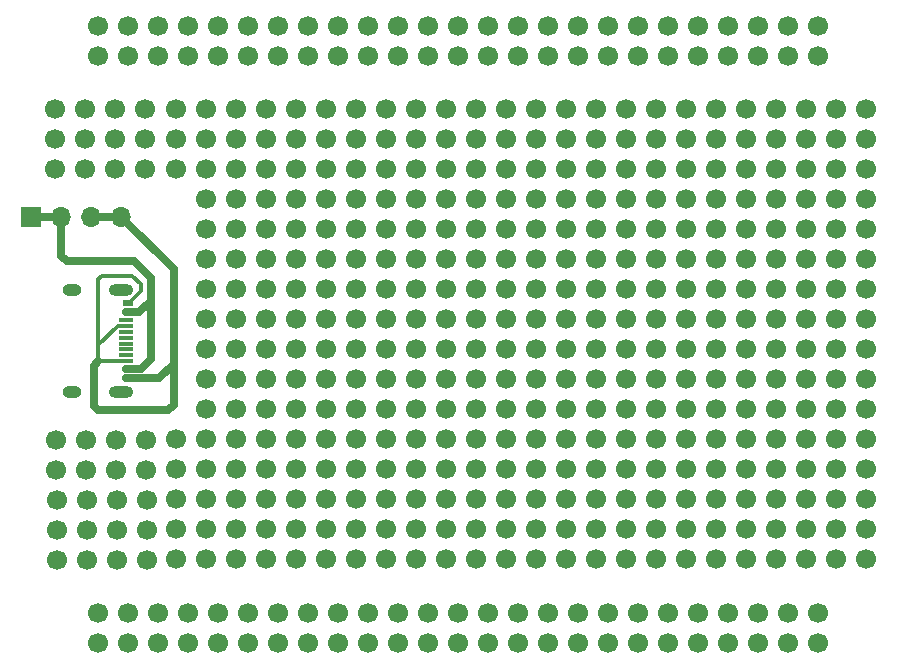
<source format=gbr>
G04 #@! TF.GenerationSoftware,KiCad,Pcbnew,(5.1.4-0-10_14)*
G04 #@! TF.CreationDate,2020-04-14T21:38:13-07:00*
G04 #@! TF.ProjectId,Activity_1,41637469-7669-4747-995f-312e6b696361,rev?*
G04 #@! TF.SameCoordinates,Original*
G04 #@! TF.FileFunction,Copper,L1,Top*
G04 #@! TF.FilePolarity,Positive*
%FSLAX46Y46*%
G04 Gerber Fmt 4.6, Leading zero omitted, Abs format (unit mm)*
G04 Created by KiCad (PCBNEW (5.1.4-0-10_14)) date 2020-04-14 21:38:13*
%MOMM*%
%LPD*%
G04 APERTURE LIST*
%ADD10R,1.150000X0.300000*%
%ADD11R,0.850000X0.600000*%
%ADD12O,1.600000X1.000000*%
%ADD13O,2.100000X1.000000*%
%ADD14O,1.700000X1.700000*%
%ADD15R,1.700000X1.700000*%
%ADD16C,1.700000*%
%ADD17C,0.635000*%
%ADD18C,0.300000*%
%ADD19C,0.152400*%
G04 APERTURE END LIST*
D10*
X32020000Y-88750000D03*
D11*
X32170000Y-88100000D03*
D12*
X27395000Y-86180000D03*
X27395000Y-94820000D03*
D13*
X31545000Y-94820000D03*
D11*
X32170000Y-87300000D03*
D13*
X31545000Y-86180000D03*
D10*
X32020000Y-89250000D03*
X32020000Y-89750000D03*
X32020000Y-90250000D03*
X32020000Y-90750000D03*
X32020000Y-91250000D03*
X32020000Y-91750000D03*
X32020000Y-92250000D03*
D11*
X32170000Y-93700000D03*
X32170000Y-92900000D03*
D14*
X31620000Y-80000000D03*
X29080000Y-80000000D03*
X26540000Y-80000000D03*
D15*
X24000000Y-80000000D03*
D16*
X29604000Y-63861000D03*
X32144000Y-63861000D03*
X34684000Y-63861000D03*
X37224000Y-63861000D03*
X39764000Y-63861000D03*
X42304000Y-63861000D03*
X44844000Y-63861000D03*
X47384000Y-63861000D03*
X49924000Y-63861000D03*
X52464000Y-63861000D03*
X55004000Y-63861000D03*
X57544000Y-63861000D03*
X60084000Y-63861000D03*
X62624000Y-63861000D03*
X65164000Y-63861000D03*
X67704000Y-63861000D03*
X70244000Y-63861000D03*
X72784000Y-63861000D03*
X75324000Y-63861000D03*
X77864000Y-63861000D03*
X80404000Y-63861000D03*
X82944000Y-63861000D03*
X85484000Y-63861000D03*
X88024000Y-63861000D03*
X90564000Y-63861000D03*
X29604000Y-66401000D03*
X32144000Y-66401000D03*
X34684000Y-66401000D03*
X37224000Y-66401000D03*
X39764000Y-66401000D03*
X42304000Y-66401000D03*
X44844000Y-66401000D03*
X47384000Y-66401000D03*
X49924000Y-66401000D03*
X52464000Y-66401000D03*
X55004000Y-66401000D03*
X57544000Y-66401000D03*
X60084000Y-66401000D03*
X62624000Y-66401000D03*
X65164000Y-66401000D03*
X67704000Y-66401000D03*
X70244000Y-66401000D03*
X72784000Y-66401000D03*
X75324000Y-66401000D03*
X77864000Y-66401000D03*
X80404000Y-66401000D03*
X82944000Y-66401000D03*
X85484000Y-66401000D03*
X88024000Y-66401000D03*
X90564000Y-66401000D03*
X88024000Y-116105000D03*
X90564000Y-116105000D03*
X75324000Y-116105000D03*
X77864000Y-116105000D03*
X55004000Y-116105000D03*
X70244000Y-116105000D03*
X60084000Y-116105000D03*
X72784000Y-116105000D03*
X80404000Y-116105000D03*
X62624000Y-116105000D03*
X52464000Y-116105000D03*
X65164000Y-116105000D03*
X67704000Y-116105000D03*
X82944000Y-116105000D03*
X85484000Y-116105000D03*
X57544000Y-116105000D03*
X47384000Y-116105000D03*
X90564000Y-113565000D03*
X62624000Y-113565000D03*
X85484000Y-113565000D03*
X37224000Y-116105000D03*
X55004000Y-113565000D03*
X75324000Y-113565000D03*
X39764000Y-116105000D03*
X29604000Y-113565000D03*
X32144000Y-116105000D03*
X65164000Y-113565000D03*
X44844000Y-113565000D03*
X60084000Y-113565000D03*
X42304000Y-116105000D03*
X70244000Y-113565000D03*
X77864000Y-113565000D03*
X34684000Y-116105000D03*
X49924000Y-116105000D03*
X88024000Y-113565000D03*
X82944000Y-113565000D03*
X57544000Y-113565000D03*
X29604000Y-116105000D03*
X67704000Y-113565000D03*
X80404000Y-113565000D03*
X44844000Y-116105000D03*
X52464000Y-113565000D03*
X49924000Y-113565000D03*
X47384000Y-113565000D03*
X72784000Y-113565000D03*
X32144000Y-113565000D03*
X37224000Y-113565000D03*
X39764000Y-113565000D03*
X42304000Y-113565000D03*
X34684000Y-113565000D03*
X36215000Y-70924000D03*
X38755000Y-70924000D03*
X41295000Y-70924000D03*
X43835000Y-70924000D03*
X46375000Y-70924000D03*
X48915000Y-70924000D03*
X51455000Y-70924000D03*
X53995000Y-70924000D03*
X56535000Y-70924000D03*
X59075000Y-70924000D03*
X61615000Y-70924000D03*
X64155000Y-70924000D03*
X66695000Y-70924000D03*
X69235000Y-70924000D03*
X71775000Y-70924000D03*
X74315000Y-70924000D03*
X76855000Y-70924000D03*
X79395000Y-70924000D03*
X81935000Y-70924000D03*
X84475000Y-70924000D03*
X87015000Y-70924000D03*
X89555000Y-70924000D03*
X92095000Y-70924000D03*
X94635000Y-70924000D03*
X36215000Y-73464000D03*
X38755000Y-73464000D03*
X41295000Y-73464000D03*
X43835000Y-73464000D03*
X46375000Y-73464000D03*
X48915000Y-73464000D03*
X51455000Y-73464000D03*
X53995000Y-73464000D03*
X56535000Y-73464000D03*
X59075000Y-73464000D03*
X61615000Y-73464000D03*
X64155000Y-73464000D03*
X66695000Y-73464000D03*
X69235000Y-73464000D03*
X71775000Y-73464000D03*
X74315000Y-73464000D03*
X76855000Y-73464000D03*
X79395000Y-73464000D03*
X81935000Y-73464000D03*
X84475000Y-73464000D03*
X87015000Y-73464000D03*
X89555000Y-73464000D03*
X92095000Y-73464000D03*
X94635000Y-73464000D03*
X36215000Y-76004000D03*
X38755000Y-76004000D03*
X41295000Y-76004000D03*
X43835000Y-76004000D03*
X46375000Y-76004000D03*
X48915000Y-76004000D03*
X51455000Y-76004000D03*
X53995000Y-76004000D03*
X56535000Y-76004000D03*
X59075000Y-76004000D03*
X61615000Y-76004000D03*
X64155000Y-76004000D03*
X66695000Y-76004000D03*
X69235000Y-76004000D03*
X71775000Y-76004000D03*
X74315000Y-76004000D03*
X76855000Y-76004000D03*
X79395000Y-76004000D03*
X81935000Y-76004000D03*
X84475000Y-76004000D03*
X87015000Y-76004000D03*
X89555000Y-76004000D03*
X92095000Y-76004000D03*
X94635000Y-76004000D03*
X38755000Y-78544000D03*
X41295000Y-78544000D03*
X43835000Y-78544000D03*
X46375000Y-78544000D03*
X48915000Y-78544000D03*
X51455000Y-78544000D03*
X53995000Y-78544000D03*
X56535000Y-78544000D03*
X59075000Y-78544000D03*
X61615000Y-78544000D03*
X64155000Y-78544000D03*
X66695000Y-78544000D03*
X69235000Y-78544000D03*
X71775000Y-78544000D03*
X74315000Y-78544000D03*
X76855000Y-78544000D03*
X79395000Y-78544000D03*
X81935000Y-78544000D03*
X84475000Y-78544000D03*
X87015000Y-78544000D03*
X89555000Y-78544000D03*
X92095000Y-78544000D03*
X94635000Y-78544000D03*
X38755000Y-81084000D03*
X41295000Y-81084000D03*
X43835000Y-81084000D03*
X46375000Y-81084000D03*
X48915000Y-81084000D03*
X51455000Y-81084000D03*
X53995000Y-81084000D03*
X56535000Y-81084000D03*
X59075000Y-81084000D03*
X61615000Y-81084000D03*
X64155000Y-81084000D03*
X66695000Y-81084000D03*
X69235000Y-81084000D03*
X71775000Y-81084000D03*
X74315000Y-81084000D03*
X76855000Y-81084000D03*
X79395000Y-81084000D03*
X81935000Y-81084000D03*
X84475000Y-81084000D03*
X87015000Y-81084000D03*
X89555000Y-81084000D03*
X92095000Y-81084000D03*
X94635000Y-81084000D03*
X38755000Y-83624000D03*
X41295000Y-83624000D03*
X43835000Y-83624000D03*
X46375000Y-83624000D03*
X48915000Y-83624000D03*
X51455000Y-83624000D03*
X53995000Y-83624000D03*
X56535000Y-83624000D03*
X59075000Y-83624000D03*
X61615000Y-83624000D03*
X64155000Y-83624000D03*
X66695000Y-83624000D03*
X69235000Y-83624000D03*
X71775000Y-83624000D03*
X74315000Y-83624000D03*
X76855000Y-83624000D03*
X79395000Y-83624000D03*
X81935000Y-83624000D03*
X84475000Y-83624000D03*
X87015000Y-83624000D03*
X89555000Y-83624000D03*
X92095000Y-83624000D03*
X94635000Y-83624000D03*
X38755000Y-86164000D03*
X41295000Y-86164000D03*
X43835000Y-86164000D03*
X46375000Y-86164000D03*
X48915000Y-86164000D03*
X51455000Y-86164000D03*
X53995000Y-86164000D03*
X56535000Y-86164000D03*
X59075000Y-86164000D03*
X61615000Y-86164000D03*
X64155000Y-86164000D03*
X66695000Y-86164000D03*
X69235000Y-86164000D03*
X71775000Y-86164000D03*
X74315000Y-86164000D03*
X76855000Y-86164000D03*
X79395000Y-86164000D03*
X81935000Y-86164000D03*
X84475000Y-86164000D03*
X87015000Y-86164000D03*
X89555000Y-86164000D03*
X92095000Y-86164000D03*
X94635000Y-86164000D03*
X38755000Y-88704000D03*
X41295000Y-88704000D03*
X43835000Y-88704000D03*
X46375000Y-88704000D03*
X48915000Y-88704000D03*
X51455000Y-88704000D03*
X53995000Y-88704000D03*
X56535000Y-88704000D03*
X59075000Y-88704000D03*
X61615000Y-88704000D03*
X64155000Y-88704000D03*
X66695000Y-88704000D03*
X69235000Y-88704000D03*
X71775000Y-88704000D03*
X74315000Y-88704000D03*
X76855000Y-88704000D03*
X79395000Y-88704000D03*
X81935000Y-88704000D03*
X84475000Y-88704000D03*
X87015000Y-88704000D03*
X89555000Y-88704000D03*
X92095000Y-88704000D03*
X94635000Y-88704000D03*
X38755000Y-91244000D03*
X41295000Y-91244000D03*
X43835000Y-91244000D03*
X46375000Y-91244000D03*
X48915000Y-91244000D03*
X51455000Y-91244000D03*
X53995000Y-91244000D03*
X56535000Y-91244000D03*
X59075000Y-91244000D03*
X61615000Y-91244000D03*
X64155000Y-91244000D03*
X66695000Y-91244000D03*
X69235000Y-91244000D03*
X71775000Y-91244000D03*
X74315000Y-91244000D03*
X76855000Y-91244000D03*
X79395000Y-91244000D03*
X81935000Y-91244000D03*
X84475000Y-91244000D03*
X87015000Y-91244000D03*
X89555000Y-91244000D03*
X92095000Y-91244000D03*
X94635000Y-91244000D03*
X38755000Y-93784000D03*
X41295000Y-93784000D03*
X43835000Y-93784000D03*
X46375000Y-93784000D03*
X48915000Y-93784000D03*
X51455000Y-93784000D03*
X53995000Y-93784000D03*
X56535000Y-93784000D03*
X59075000Y-93784000D03*
X61615000Y-93784000D03*
X64155000Y-93784000D03*
X66695000Y-93784000D03*
X69235000Y-93784000D03*
X71775000Y-93784000D03*
X74315000Y-93784000D03*
X76855000Y-93784000D03*
X79395000Y-93784000D03*
X81935000Y-93784000D03*
X84475000Y-93784000D03*
X87015000Y-93784000D03*
X89555000Y-93784000D03*
X92095000Y-93784000D03*
X94635000Y-93784000D03*
X38755000Y-96324000D03*
X41295000Y-96324000D03*
X43835000Y-96324000D03*
X46375000Y-96324000D03*
X48915000Y-96324000D03*
X51455000Y-96324000D03*
X53995000Y-96324000D03*
X56535000Y-96324000D03*
X59075000Y-96324000D03*
X61615000Y-96324000D03*
X64155000Y-96324000D03*
X66695000Y-96324000D03*
X69235000Y-96324000D03*
X71775000Y-96324000D03*
X74315000Y-96324000D03*
X76855000Y-96324000D03*
X79395000Y-96324000D03*
X81935000Y-96324000D03*
X84475000Y-96324000D03*
X87015000Y-96324000D03*
X89555000Y-96324000D03*
X92095000Y-96324000D03*
X94635000Y-96324000D03*
X36215000Y-98864000D03*
X38755000Y-98864000D03*
X41295000Y-98864000D03*
X43835000Y-98864000D03*
X46375000Y-98864000D03*
X48915000Y-98864000D03*
X51455000Y-98864000D03*
X53995000Y-98864000D03*
X56535000Y-98864000D03*
X59075000Y-98864000D03*
X61615000Y-98864000D03*
X64155000Y-98864000D03*
X66695000Y-98864000D03*
X69235000Y-98864000D03*
X71775000Y-98864000D03*
X74315000Y-98864000D03*
X76855000Y-98864000D03*
X79395000Y-98864000D03*
X81935000Y-98864000D03*
X84475000Y-98864000D03*
X87015000Y-98864000D03*
X89555000Y-98864000D03*
X92095000Y-98864000D03*
X94635000Y-98864000D03*
X36215000Y-101404000D03*
X38755000Y-101404000D03*
X41295000Y-101404000D03*
X43835000Y-101404000D03*
X46375000Y-101404000D03*
X48915000Y-101404000D03*
X51455000Y-101404000D03*
X53995000Y-101404000D03*
X56535000Y-101404000D03*
X59075000Y-101404000D03*
X61615000Y-101404000D03*
X64155000Y-101404000D03*
X66695000Y-101404000D03*
X69235000Y-101404000D03*
X71775000Y-101404000D03*
X74315000Y-101404000D03*
X76855000Y-101404000D03*
X79395000Y-101404000D03*
X81935000Y-101404000D03*
X84475000Y-101404000D03*
X87015000Y-101404000D03*
X89555000Y-101404000D03*
X92095000Y-101404000D03*
X94635000Y-101404000D03*
X36215000Y-103944000D03*
X38755000Y-103944000D03*
X41295000Y-103944000D03*
X43835000Y-103944000D03*
X46375000Y-103944000D03*
X48915000Y-103944000D03*
X51455000Y-103944000D03*
X53995000Y-103944000D03*
X56535000Y-103944000D03*
X59075000Y-103944000D03*
X61615000Y-103944000D03*
X64155000Y-103944000D03*
X66695000Y-103944000D03*
X69235000Y-103944000D03*
X71775000Y-103944000D03*
X74315000Y-103944000D03*
X76855000Y-103944000D03*
X79395000Y-103944000D03*
X81935000Y-103944000D03*
X84475000Y-103944000D03*
X87015000Y-103944000D03*
X89555000Y-103944000D03*
X92095000Y-103944000D03*
X94635000Y-103944000D03*
X36215000Y-106484000D03*
X38755000Y-106484000D03*
X41295000Y-106484000D03*
X43835000Y-106484000D03*
X46375000Y-106484000D03*
X48915000Y-106484000D03*
X51455000Y-106484000D03*
X53995000Y-106484000D03*
X56535000Y-106484000D03*
X59075000Y-106484000D03*
X61615000Y-106484000D03*
X64155000Y-106484000D03*
X66695000Y-106484000D03*
X69235000Y-106484000D03*
X71775000Y-106484000D03*
X74315000Y-106484000D03*
X76855000Y-106484000D03*
X79395000Y-106484000D03*
X81935000Y-106484000D03*
X84475000Y-106484000D03*
X87015000Y-106484000D03*
X89555000Y-106484000D03*
X92095000Y-106484000D03*
X94635000Y-106484000D03*
X36215000Y-109024000D03*
X38755000Y-109024000D03*
X41295000Y-109024000D03*
X43835000Y-109024000D03*
X46375000Y-109024000D03*
X48915000Y-109024000D03*
X51455000Y-109024000D03*
X53995000Y-109024000D03*
X56535000Y-109024000D03*
X59075000Y-109024000D03*
X61615000Y-109024000D03*
X64155000Y-109024000D03*
X66695000Y-109024000D03*
X69235000Y-109024000D03*
X71775000Y-109024000D03*
X74315000Y-109024000D03*
X76855000Y-109024000D03*
X79395000Y-109024000D03*
X81935000Y-109024000D03*
X84475000Y-109024000D03*
X87015000Y-109024000D03*
X89555000Y-109024000D03*
X92095000Y-109024000D03*
X94635000Y-109024000D03*
X25996000Y-70924000D03*
X28536000Y-70924000D03*
X31076000Y-70924000D03*
X33616000Y-70924000D03*
X25996000Y-73464000D03*
X28536000Y-73464000D03*
X31076000Y-73464000D03*
X33616000Y-73464000D03*
X25996000Y-76004000D03*
X28536000Y-76004000D03*
X31076000Y-76004000D03*
X33616000Y-76004000D03*
X26148000Y-104022000D03*
X31228000Y-106562000D03*
X28688000Y-106562000D03*
X26148000Y-106562000D03*
X31228000Y-104022000D03*
X33768000Y-104022000D03*
X28688000Y-104022000D03*
X33768000Y-106562000D03*
X26148000Y-109102000D03*
X28688000Y-109102000D03*
X31228000Y-109102000D03*
X33768000Y-109102000D03*
X31198000Y-98876000D03*
X28658000Y-98876000D03*
X26118000Y-98876000D03*
X33738000Y-98876000D03*
X26118000Y-101416000D03*
X28658000Y-101416000D03*
X31198000Y-101416000D03*
X33738000Y-101416000D03*
D17*
X24000000Y-80000000D02*
X26540000Y-80000000D01*
X26540000Y-80000000D02*
X26540000Y-83316000D01*
X26540000Y-83316000D02*
X26995000Y-83771000D01*
X26995000Y-83771000D02*
X32684000Y-83771000D01*
X32684000Y-83771000D02*
X34107000Y-85194000D01*
X32747400Y-88100000D02*
X32020000Y-88100000D01*
X34107000Y-85194000D02*
X34107000Y-86740400D01*
X32747400Y-92900000D02*
X32020000Y-92900000D01*
X34107000Y-86740400D02*
X34107000Y-91540400D01*
X32747400Y-92900000D02*
X33284684Y-92900000D01*
X34107000Y-92077684D02*
X34107000Y-91540400D01*
X33284684Y-92900000D02*
X34107000Y-92077684D01*
X32747400Y-88100000D02*
X33133000Y-88100000D01*
X34107000Y-87126000D02*
X34107000Y-86740400D01*
X33133000Y-88100000D02*
X34107000Y-87126000D01*
X29080000Y-80000000D02*
X31620000Y-80000000D01*
X36058000Y-84438000D02*
X36058000Y-90899000D01*
X31620000Y-80000000D02*
X36058000Y-84438000D01*
X33257000Y-93700000D02*
X32020000Y-93700000D01*
X33257000Y-93700000D02*
X34808000Y-93700000D01*
X36058000Y-92450000D02*
X36058000Y-90899000D01*
X34808000Y-93700000D02*
X36058000Y-92450000D01*
D18*
X32020000Y-92250000D02*
X29673000Y-92250000D01*
D17*
X29673000Y-92250000D02*
X29265000Y-92658000D01*
X29265000Y-92658000D02*
X29265000Y-96024000D01*
X29265000Y-96024000D02*
X29651000Y-96410000D01*
X36058000Y-95920128D02*
X36058000Y-92450000D01*
X35568128Y-96410000D02*
X36058000Y-95920128D01*
X29651000Y-96410000D02*
X35568128Y-96410000D01*
D18*
X29673000Y-90869600D02*
X29673000Y-92250000D01*
X31292600Y-89250000D02*
X29673000Y-90869600D01*
X32020000Y-89250000D02*
X31292600Y-89250000D01*
D19*
X29673000Y-86471590D02*
X29676000Y-86468590D01*
D18*
X29673000Y-90869600D02*
X29673000Y-86471590D01*
X29676000Y-86468590D02*
X29676000Y-85299000D01*
X29968000Y-85007000D02*
X32525000Y-85007000D01*
X29676000Y-85299000D02*
X29968000Y-85007000D01*
X32525000Y-85007000D02*
X33255000Y-85737000D01*
X32295000Y-87300000D02*
X32170000Y-87300000D01*
X33255000Y-86340000D02*
X32295000Y-87300000D01*
X33255000Y-85737000D02*
X33255000Y-86340000D01*
M02*

</source>
